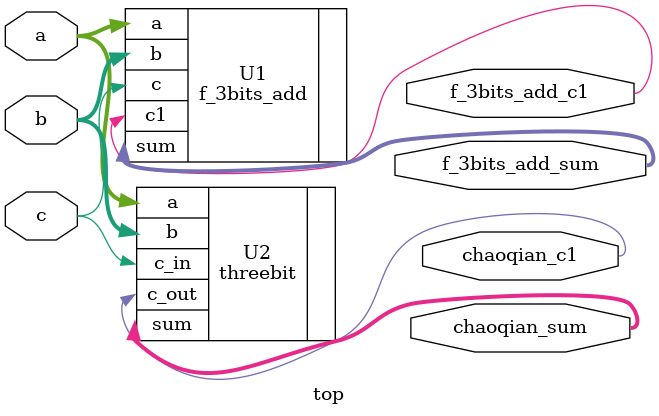
<source format=v>
`timescale 1ns / 1ps


module top(
input [2:0] a,
input [2:0] b,
input       c,
output           chaoqian_c1,
output[2:0]      chaoqian_sum,
output           f_3bits_add_c1,
output[2:0]      f_3bits_add_sum
    );
f_3bits_add  U1(
        .a(a),
        .b(b),
        .c(c),
        .c1(f_3bits_add_c1),
        .sum(f_3bits_add_sum)
    );  
threebit     U2(
        .sum(chaoqian_sum),
        .c_out(chaoqian_c1),
        .a(a),
        .b(b),
        .c_in(c)
        );
endmodule

</source>
